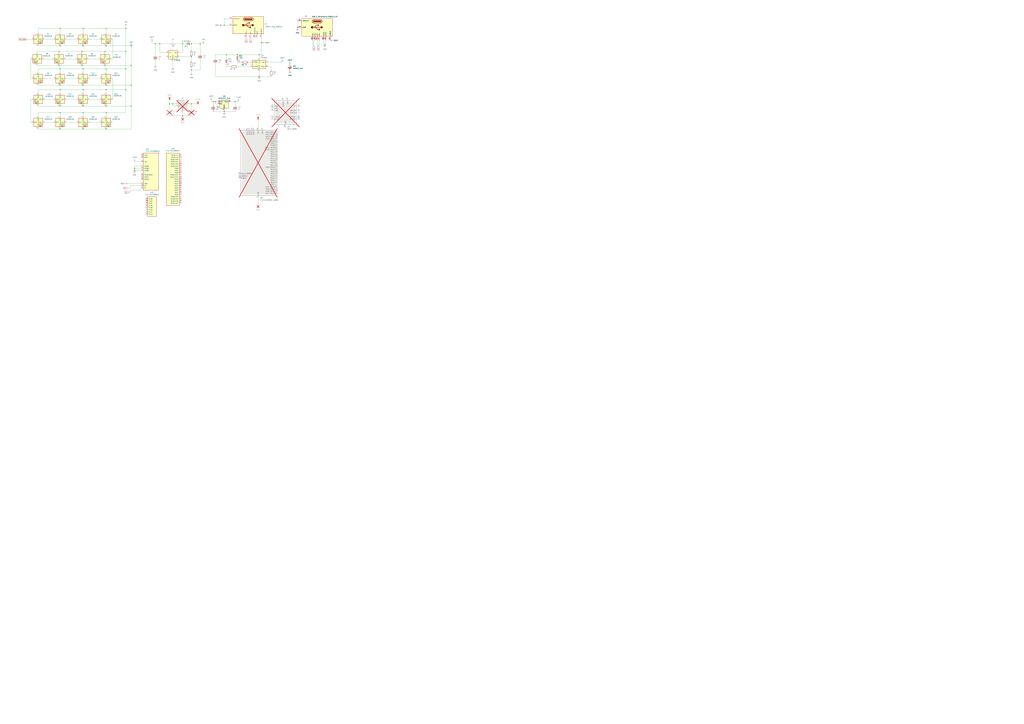
<source format=kicad_sch>
(kicad_sch (version 20250114) (generator "eeschema") (generator_version "9.0")
  (paper "A0")
  (junction (at 222.25 120.65))
  (junction (at 146.05 80.01))
  (junction (at 123.19 99.06))
  (junction (at 273.05 118.11))
  (junction (at 123.19 123.19))
  (junction (at 123.19 53.34))
  (junction (at 146.05 104.14))
  (junction (at 300.99 63.5))
  (junction (at 156.21 195.58))
  (junction (at 275.59 63.5))
  (junction (at 260.35 29.21))
  (junction (at 260.35 129.54))
  (junction (at 300.99 88.9))
  (junction (at 250.19 118.11))
  (junction (at 121.92 59.69))
  (junction (at 121.92 76.2))
  (junction (at 69.85 53.34))
  (junction (at 303.53 49.53))
  (junction (at 146.05 59.69))
  (junction (at 69.85 80.01))
  (junction (at 96.52 99.06))
  (junction (at 96.52 123.19))
  (junction (at 123.19 33.02))
  (junction (at 196.85 120.65))
  (junction (at 96.52 33.02))
  (junction (at 68.58 59.69))
  (junction (at 222.25 66.04))
  (junction (at 69.85 99.06))
  (junction (at 69.85 104.14))
  (junction (at 95.25 76.2))
  (junction (at 212.09 134.62))
  (junction (at 123.19 80.01))
  (junction (at 180.34 50.8))
  (junction (at 96.52 149.86))
  (junction (at 232.41 50.8))
  (junction (at 69.85 130.81))
  (junction (at 69.85 149.86))
  (junction (at 152.4 123.19))
  (junction (at 345.44 31.75))
  (junction (at 69.85 33.02))
  (junction (at 222.25 81.28))
  (junction (at 152.4 99.06))
  (junction (at 156.21 198.12))
  (junction (at 185.42 50.8))
  (junction (at 96.52 130.81))
  (junction (at 200.66 120.65))
  (junction (at 212.09 50.8))
  (junction (at 377.19 52.07))
  (junction (at 96.52 104.14))
  (junction (at 68.58 76.2))
  (junction (at 96.52 80.01))
  (junction (at 69.85 123.19))
  (junction (at 96.52 53.34))
  (junction (at 146.05 33.02))
  (junction (at 95.25 59.69))
  (junction (at 123.19 149.86))
  (junction (at 262.89 63.5))
  (junction (at 247.65 118.11))
  (junction (at 123.19 104.14))
  (junction (at 152.4 76.2))
  (junction (at 152.4 53.34))
  (junction (at 222.25 50.8))
  (junction (at 123.19 130.81))
  (wire (pts (xy 377.19 52.07) (xy 378.46 52.07)))
  (wire (pts (xy 69.85 33.02) (xy 96.52 33.02)))
  (wire (pts (xy 311.15 77.47) (xy 314.96 77.47)))
  (wire (pts (xy 123.19 53.34) (xy 152.4 53.34)))
  (wire (pts (xy 275.59 77.47) (xy 290.83 77.47)))
  (wire (pts (xy 130.81 68.58) (xy 129.54 68.58)))
  (wire (pts (xy 363.22 46.99) (xy 363.22 53.34)))
  (wire (pts (xy 69.85 80.01) (xy 44.45 80.01)))
  (wire (pts (xy 52.07 91.44) (xy 62.23 91.44)))
  (wire (pts (xy 146.05 33.02) (xy 146.05 59.69)))
  (wire (pts (xy 151.13 220.98) (xy 151.13 223.52)))
  (wire (pts (xy 149.86 223.52) (xy 151.13 223.52)))
  (wire (pts (xy 250.19 88.9) (xy 300.99 88.9)))
  (wire (pts (xy 43.18 60.96) (xy 43.18 59.69)))
  (wire (pts (xy 222.25 120.65) (xy 219.71 120.65)))
  (wire (pts (xy 69.85 80.01) (xy 96.52 80.01)))
  (wire (pts (xy 44.45 80.01) (xy 44.45 83.82)))
  (wire (pts (xy 273.05 118.11) (xy 276.86 118.11)))
  (wire (pts (xy 247.65 129.54) (xy 260.35 129.54)))
  (wire (pts (xy 185.42 50.8) (xy 185.42 60.96)))
  (wire (pts (xy 314.96 88.9) (xy 300.99 88.9)))
  (wire (pts (xy 163.83 218.44) (xy 163.83 220.98)))
  (wire (pts (xy 212.09 50.8) (xy 212.09 60.96)))
  (wire (pts (xy 96.52 149.86) (xy 123.19 149.86)))
  (wire (pts (xy 156.21 187.96) (xy 163.83 187.96)))
  (wire (pts (xy 196.85 134.62) (xy 212.09 134.62)))
  (wire (pts (xy 114.3 68.58) (xy 102.87 68.58)))
  (wire (pts (xy 69.85 123.19) (xy 96.52 123.19)))
  (wire (pts (xy 151.13 218.44) (xy 151.13 215.9)))
  (wire (pts (xy 68.58 59.69) (xy 95.25 59.69)))
  (wire (pts (xy 260.35 21.59) (xy 265.43 21.59)))
  (wire (pts (xy 69.85 149.86) (xy 96.52 149.86)))
  (wire (pts (xy 96.52 33.02) (xy 123.19 33.02)))
  (wire (pts (xy 368.3 46.99) (xy 368.3 53.34)))
  (wire (pts (xy 232.41 69.85) (xy 232.41 81.28)))
  (wire (pts (xy 152.4 99.06) (xy 152.4 123.19)))
  (wire (pts (xy 123.19 104.14) (xy 96.52 104.14)))
  (wire (pts (xy 311.15 72.39) (xy 327.66 72.39)))
  (wire (pts (xy 247.65 118.11) (xy 250.19 118.11)))
  (wire (pts (xy 96.52 130.81) (xy 96.52 134.62)))
  (wire (pts (xy 232.41 62.23) (xy 232.41 50.8)))
  (wire (pts (xy 200.66 71.12) (xy 200.66 78.74)))
  (wire (pts (xy 208.28 66.04) (xy 222.25 66.04)))
  (wire (pts (xy 96.52 53.34) (xy 123.19 53.34)))
  (wire (pts (xy 245.11 118.11) (xy 247.65 118.11)))
  (wire (pts (xy 267.97 77.47) (xy 262.89 77.47)))
  (wire (pts (xy 123.19 149.86) (xy 152.4 149.86)))
  (wire (pts (xy 250.19 63.5) (xy 250.19 67.31)))
  (wire (pts (xy 222.25 120.65) (xy 229.87 120.65)))
  (wire (pts (xy 212.09 134.62) (xy 212.09 130.81)))
  (wire (pts (xy 222.25 66.04) (xy 222.25 71.12)))
  (wire (pts (xy 96.52 80.01) (xy 96.52 83.82)))
  (wire (pts (xy 104.14 45.72) (xy 115.57 45.72)))
  (wire (pts (xy 303.53 63.5) (xy 300.99 63.5)))
  (wire (pts (xy 152.4 99.06) (xy 123.19 99.06)))
  (wire (pts (xy 104.14 91.44) (xy 115.57 91.44)))
  (wire (pts (xy 35.56 91.44) (xy 36.83 91.44)))
  (wire (pts (xy 52.07 142.24) (xy 62.23 142.24)))
  (wire (pts (xy 262.89 63.5) (xy 250.19 63.5)))
  (wire (pts (xy 146.05 33.02) (xy 146.05 30.48)))
  (wire (pts (xy 151.13 218.44) (xy 148.59 218.44)))
  (wire (pts (xy 151.13 215.9) (xy 163.83 215.9)))
  (wire (pts (xy 96.52 80.01) (xy 123.19 80.01)))
  (wire (pts (xy 260.35 129.54) (xy 273.05 129.54)))
  (wire (pts (xy 204.47 120.65) (xy 200.66 120.65)))
  (wire (pts (xy 299.72 229.87) (xy 299.72 238.76)))
  (wire (pts (xy 260.35 21.59) (xy 260.35 29.21)))
  (wire (pts (xy 69.85 38.1) (xy 69.85 33.02)))
  (wire (pts (xy 52.07 45.72) (xy 62.23 45.72)))
  (wire (pts (xy 44.45 104.14) (xy 44.45 107.95)))
  (wire (pts (xy 275.59 63.5) (xy 262.89 63.5)))
  (wire (pts (xy 68.58 60.96) (xy 68.58 59.69)))
  (wire (pts (xy 69.85 130.81) (xy 69.85 134.62)))
  (wire (pts (xy 375.92 46.99) (xy 375.92 52.07)))
  (wire (pts (xy 222.25 50.8) (xy 222.25 58.42)))
  (wire (pts (xy 36.83 115.57) (xy 35.56 115.57)))
  (wire (pts (xy 152.4 76.2) (xy 152.4 99.06)))
  (wire (pts (xy 35.56 68.58) (xy 35.56 91.44)))
  (wire (pts (xy 60.96 68.58) (xy 50.8 68.58)))
  (wire (pts (xy 300.99 63.5) (xy 300.99 67.31)))
  (wire (pts (xy 222.25 81.28) (xy 222.25 85.09)))
  (wire (pts (xy 69.85 53.34) (xy 96.52 53.34)))
  (wire (pts (xy 368.3 53.34) (xy 370.84 53.34)))
  (wire (pts (xy 222.25 134.62) (xy 212.09 134.62)))
  (wire (pts (xy 35.56 142.24) (xy 36.83 142.24)))
  (wire (pts (xy 375.92 52.07) (xy 377.19 52.07)))
  (wire (pts (xy 121.92 76.2) (xy 152.4 76.2)))
  (wire (pts (xy 314.96 77.47) (xy 314.96 81.28)))
  (wire (pts (xy 77.47 45.72) (xy 88.9 45.72)))
  (wire (pts (xy 196.85 115.57) (xy 196.85 120.65)))
  (wire (pts (xy 156.21 198.12) (xy 163.83 198.12)))
  (wire (pts (xy 36.83 45.72) (xy 31.75 45.72)))
  (wire (pts (xy 96.52 99.06) (xy 123.19 99.06)))
  (wire (pts (xy 146.05 59.69) (xy 146.05 80.01)))
  (wire (pts (xy 303.53 49.53) (xy 303.53 63.5)))
  (wire (pts (xy 303.53 44.45) (xy 303.53 49.53)))
  (wire (pts (xy 222.25 78.74) (xy 222.25 81.28)))
  (wire (pts (xy 146.05 80.01) (xy 123.19 80.01)))
  (wire (pts (xy 180.34 50.8) (xy 176.53 50.8)))
  (wire (pts (xy 262.89 77.47) (xy 262.89 74.93)))
  (wire (pts (xy 232.41 50.8) (xy 222.25 50.8)))
  (wire (pts (xy 104.14 142.24) (xy 115.57 142.24)))
  (wire (pts (xy 76.2 68.58) (xy 87.63 68.58)))
  (wire (pts (xy 185.42 50.8) (xy 196.85 50.8)))
  (wire (pts (xy 44.45 99.06) (xy 69.85 99.06)))
  (wire (pts (xy 69.85 80.01) (xy 69.85 83.82)))
  (wire (pts (xy 96.52 130.81) (xy 123.19 130.81)))
  (wire (pts (xy 204.47 123.19) (xy 200.66 123.19)))
  (wire (pts (xy 95.25 60.96) (xy 95.25 59.69)))
  (wire (pts (xy 130.81 91.44) (xy 130.81 115.57)))
  (wire (pts (xy 300.99 63.5) (xy 275.59 63.5)))
  (wire (pts (xy 163.83 193.04) (xy 156.21 193.04)))
  (wire (pts (xy 44.45 33.02) (xy 69.85 33.02)))
  (wire (pts (xy 77.47 142.24) (xy 88.9 142.24)))
  (wire (pts (xy 260.35 130.81) (xy 260.35 129.54)))
  (wire (pts (xy 176.53 50.8) (xy 176.53 48.26)))
  (wire (pts (xy 232.41 50.8) (xy 236.22 50.8)))
  (wire (pts (xy 345.44 31.75) (xy 345.44 33.02)))
  (wire (pts (xy 151.13 220.98) (xy 163.83 220.98)))
  (wire (pts (xy 69.85 99.06) (xy 96.52 99.06)))
  (wire (pts (xy 123.19 104.14) (xy 123.19 107.95)))
  (wire (pts (xy 299.72 138.43) (xy 299.72 148.59)))
  (wire (pts (xy 69.85 104.14) (xy 69.85 107.95)))
  (wire (pts (xy 146.05 80.01) (xy 146.05 104.14)))
  (wire (pts (xy 146.05 130.81) (xy 123.19 130.81)))
  (wire (pts (xy 146.05 104.14) (xy 123.19 104.14)))
  (wire (pts (xy 267.97 118.11) (xy 273.05 118.11)))
  (wire (pts (xy 121.92 59.69) (xy 121.92 60.96)))
  (wire (pts (xy 123.19 80.01) (xy 123.19 83.82)))
  (wire (pts (xy 123.19 38.1) (xy 123.19 33.02)))
  (wire (pts (xy 44.45 38.1) (xy 44.45 33.02)))
  (wire (pts (xy 123.19 33.02) (xy 146.05 33.02)))
  (wire (pts (xy 250.19 118.11) (xy 252.73 118.11)))
  (wire (pts (xy 378.46 52.07) (xy 378.46 46.99)))
  (wire (pts (xy 148.59 213.36) (xy 163.83 213.36)))
  (wire (pts (xy 232.41 81.28) (xy 222.25 81.28)))
  (wire (pts (xy 180.34 71.12) (xy 180.34 76.2)))
  (wire (pts (xy 96.52 104.14) (xy 69.85 104.14)))
  (wire (pts (xy 363.22 53.34) (xy 364.49 53.34)))
  (wire (pts (xy 196.85 120.65) (xy 196.85 127)))
  (wire (pts (xy 260.35 129.54) (xy 260.35 128.27)))
  (wire (pts (xy 200.66 123.19) (xy 200.66 120.65)))
  (wire (pts (xy 250.19 120.65) (xy 250.19 118.11)))
  (wire (pts (xy 260.35 29.21) (xy 265.43 29.21)))
  (wire (pts (xy 222.25 127) (xy 222.25 120.65)))
  (wire (pts (xy 44.45 53.34) (xy 69.85 53.34)))
  (wire (pts (xy 364.49 46.99) (xy 365.76 46.99)))
  (wire (pts (xy 300.99 82.55) (xy 300.99 88.9)))
  (wire (pts (xy 200.66 120.65) (xy 196.85 120.65)))
  (wire (pts (xy 156.21 193.04) (xy 156.21 195.58)))
  (wire (pts (xy 69.85 130.81) (xy 44.45 130.81)))
  (wire (pts (xy 152.4 53.34) (xy 152.4 76.2)))
  (wire (pts (xy 130.81 45.72) (xy 130.81 68.58)))
  (wire (pts (xy 345.44 24.13) (xy 345.44 31.75)))
  (wire (pts (xy 275.59 72.39) (xy 275.59 71.12)))
  (wire (pts (xy 252.73 120.65) (xy 250.19 120.65)))
  (wire (pts (xy 96.52 38.1) (xy 96.52 33.02)))
  (wire (pts (xy 163.83 195.58) (xy 156.21 195.58)))
  (wire (pts (xy 212.09 60.96) (xy 208.28 60.96)))
  (wire (pts (xy 95.25 59.69) (xy 121.92 59.69)))
  (wire (pts (xy 180.34 50.8) (xy 180.34 63.5)))
  (wire (pts (xy 44.45 130.81) (xy 44.45 134.62)))
  (wire (pts (xy 95.25 76.2) (xy 121.92 76.2)))
  (wire (pts (xy 69.85 104.14) (xy 44.45 104.14)))
  (wire (pts (xy 245.11 118.11) (xy 245.11 116.84)))
  (wire (pts (xy 68.58 76.2) (xy 95.25 76.2)))
  (wire (pts (xy 185.42 60.96) (xy 193.04 60.96)))
  (wire (pts (xy 156.21 195.58) (xy 156.21 198.12)))
  (wire (pts (xy 43.18 76.2) (xy 68.58 76.2)))
  (wire (pts (xy 77.47 91.44) (xy 88.9 91.44)))
  (wire (pts (xy 152.4 123.19) (xy 152.4 149.86)))
  (wire (pts (xy 364.49 53.34) (xy 364.49 46.99)))
  (wire (pts (xy 288.29 72.39) (xy 290.83 72.39)))
  (wire (pts (xy 96.52 123.19) (xy 123.19 123.19)))
  (wire (pts (xy 44.45 123.19) (xy 69.85 123.19)))
  (wire (pts (xy 43.18 59.69) (xy 68.58 59.69)))
  (wire (pts (xy 273.05 118.11) (xy 273.05 121.92)))
  (wire (pts (xy 280.67 72.39) (xy 275.59 72.39)))
  (wire (pts (xy 96.52 104.14) (xy 96.52 107.95)))
  (wire (pts (xy 146.05 59.69) (xy 121.92 59.69)))
  (wire (pts (xy 115.57 115.57) (xy 104.14 115.57)))
  (wire (pts (xy 370.84 46.99) (xy 370.84 53.34)))
  (wire (pts (xy 185.42 50.8) (xy 180.34 50.8)))
  (wire (pts (xy 212.09 50.8) (xy 214.63 50.8)))
  (wire (pts (xy 257.81 29.21) (xy 260.35 29.21)))
  (wire (pts (xy 204.47 50.8) (xy 212.09 50.8)))
  (wire (pts (xy 146.05 104.14) (xy 146.05 130.81)))
  (wire (pts (xy 212.09 134.62) (xy 212.09 137.16)))
  (wire (pts (xy 44.45 149.86) (xy 69.85 149.86)))
  (wire (pts (xy 262.89 63.5) (xy 262.89 67.31)))
  (wire (pts (xy 52.07 115.57) (xy 62.23 115.57)))
  (wire (pts (xy 247.65 118.11) (xy 247.65 121.92)))
  (wire (pts (xy 123.19 130.81) (xy 123.19 134.62)))
  (wire (pts (xy 69.85 130.81) (xy 96.52 130.81)))
  (wire (pts (xy 77.47 115.57) (xy 88.9 115.57)))
  (wire (pts (xy 123.19 123.19) (xy 152.4 123.19)))
  (wire (pts (xy 250.19 74.93) (xy 250.19 88.9)))
  (wire (pts (xy 35.56 115.57) (xy 35.56 142.24)))
  (global_label "D-" (shape input) (at 148.59 218.44 180) (property "Intersheetrefs" "${INTERSHEET_REFS}" (effects (hide yes))))
  (global_label "din_leds" (shape input) (at 31.75 45.72 180) (property "Intersheetrefs" "${INTERSHEET_REFS}" (effects (hide yes))))
  (global_label "D+" (shape input) (at 285.75 44.45 270) (property "Intersheetrefs" "${INTERSHEET_REFS}" (effects (hide yes))))
  (global_label "D-" (shape input) (at 290.83 44.45 270) (property "Intersheetrefs" "${INTERSHEET_REFS}" (effects (hide yes))))
  (global_label "D-" (shape input) (at 369.57 53.34 270) (property "Intersheetrefs" "${INTERSHEET_REFS}" (effects (hide yes))))
  (global_label "D+" (shape input) (at 364.49 53.34 270) (property "Intersheetrefs" "${INTERSHEET_REFS}" (effects (hide yes))))
  (global_label "D+" (shape input) (at 149.86 223.52 180) (property "Intersheetrefs" "${INTERSHEET_REFS}" (effects (hide yes))))
  (symbol (lib_id "LED:WS2812B-2020") (at 44.45 142.24 0) (unit 1)
    (property "Reference" "D17" (at 55.88 135.9214 0))
    (property "Value" "WS2812B" (at 55.88 138.4614 0))
    (property "Footprint" "LED_SMD:LED_WS2812B-2020_PLCC4_2.0x2.0mm" (effects (hide yes)))
    (property "Datasheet" "https://cdn-shop.adafruit.com/product-files/4684/4684_WS2812B-2020_V1.3_EN.pdf" (effects (hide yes)))
    (property "Description" "RGB LED with integrated controller, 2.0 x 2.0 mm, 12 mA" (effects (hide yes)))
  )
  (symbol (lib_id "Battery_Management:TP4057") (at 300.99 74.93 0) (unit 1)
    (property "Reference" "U3" (at 303.1841 64.77 0) (effects (justify left)))
    (property "Value" "TP4057" (at 303.1841 67.31 0) (effects (justify left)))
    (property "Footprint" "Package_TO_SOT_SMD:TSOT-23-6" (effects (hide yes)))
    (property "Datasheet" "http://toppwr.com/uploadfile/file/20230304/640302a47b738.pdf" (effects (hide yes)))
    (property "Description" "Constant-current/constant-voltage linear charger for single cell lithium-ion batteries with 2.9V Trickle Charge, 4.5V to 6.5V VDD, -40 to +85 degree Celsius, TSOT-23-6" (effects (hide yes)))
  )
  (symbol (lib_id "power:GND") (at 257.81 29.21 270) (unit 1)
    (property "Reference" "#PWR07" (effects (hide yes)))
    (property "Value" "GND" (at 254 29.2099 90) (effects (justify right)))
    (property "Description" "Power symbol creates a global label with name \"GND\" , ground" (effects (hide yes)))
  )
  (symbol (lib_id "power:+3.3V") (at 156.21 187.96 0) (unit 1)
    (property "Reference" "#PWR027" (effects (hide yes)))
    (property "Value" "+3.3V" (at 156.21 182.88 0))
    (property "Description" "Power symbol creates a global label with name \"+3.3V\"" (effects (hide yes)))
  )
  (symbol (lib_id "Device:L") (at 200.66 50.8 270) (unit 1)
    (property "Reference" "L1" (at 200.66 45.72 90))
    (property "Value" "L" (at 200.66 48.26 90))
    (property "Description" "Inductor" (effects (hide yes)))
  )
  (symbol (lib_id "power:+BATT") (at 176.53 48.26 0) (unit 1)
    (property "Reference" "#PWR10" (effects (hide yes)))
    (property "Value" "+BATT" (at 176.276 43.18 0))
    (property "Description" "Power symbol creates a global label with name \"+BATT\"" (effects (hide yes)))
  )
  (symbol (lib_id "LED:WS2812B-2020") (at 44.45 115.57 0) (mirror y) (unit 1)
    (property "Reference" "D16" (at 56.896 109.474 0))
    (property "Value" "WS2812B" (at 56.896 112.014 0))
    (property "Footprint" "LED_SMD:LED_WS2812B-2020_PLCC4_2.0x2.0mm" (effects (hide yes)))
    (property "Datasheet" "https://cdn-shop.adafruit.com/product-files/4684/4684_WS2812B-2020_V1.3_EN.pdf" (effects (hide yes)))
    (property "Description" "RGB LED with integrated controller, 2.0 x 2.0 mm, 12 mA" (effects (hide yes)))
  )
  (symbol (lib_id "power:+3.3V") (at 276.86 118.11 0) (unit 1)
    (property "Reference" "#PWR9" (effects (hide yes)))
    (property "Value" "+3.3V" (at 276.86 113.03 0))
    (property "Description" "Power symbol creates a global label with name \"+3.3V\"" (effects (hide yes)))
  )
  (symbol (lib_id "LED:WS2812B-2020") (at 121.92 68.58 0) (mirror y) (unit 1)
    (property "Reference" "D5" (at 135.128 63.5 0))
    (property "Value" "WS2812B" (at 135.636 66.548 0))
    (property "Footprint" "LED_SMD:LED_WS2812B-2020_PLCC4_2.0x2.0mm" (effects (hide yes)))
    (property "Datasheet" "https://cdn-shop.adafruit.com/product-files/4684/4684_WS2812B-2020_V1.3_EN.pdf" (effects (hide yes)))
    (property "Description" "RGB LED with integrated controller, 2.0 x 2.0 mm, 12 mA" (effects (hide yes)))
  )
  (symbol (lib_id "LED:WS2812B-2020") (at 69.85 45.72 0) (unit 1)
    (property "Reference" "D2" (at 81.28 39.4014 0))
    (property "Value" "WS2812B" (at 81.28 41.9414 0))
    (property "Footprint" "LED_SMD:LED_WS2812B-2020_PLCC4_2.0x2.0mm" (effects (hide yes)))
    (property "Datasheet" "https://cdn-shop.adafruit.com/product-files/4684/4684_WS2812B-2020_V1.3_EN.pdf" (effects (hide yes)))
    (property "Description" "RGB LED with integrated controller, 2.0 x 2.0 mm, 12 mA" (effects (hide yes)))
  )
  (symbol (lib_id "power:GND") (at 152.4 53.34 180) (unit 1)
    (property "Reference" "#PWR08" (effects (hide yes)))
    (property "Value" "GND" (at 152.146 49.022 0))
    (property "Description" "Power symbol creates a global label with name \"GND\" , ground" (effects (hide yes)))
  )
  (symbol (lib_id "LED:WS2812B-2020") (at 123.19 91.44 0) (unit 1)
    (property "Reference" "D15" (at 134.62 85.1214 0))
    (property "Value" "WS2812B" (at 134.62 87.6614 0))
    (property "Footprint" "LED_SMD:LED_WS2812B-2020_PLCC4_2.0x2.0mm" (effects (hide yes)))
    (property "Datasheet" "https://cdn-shop.adafruit.com/product-files/4684/4684_WS2812B-2020_V1.3_EN.pdf" (effects (hide yes)))
    (property "Description" "RGB LED with integrated controller, 2.0 x 2.0 mm, 12 mA" (effects (hide yes)))
  )
  (symbol (lib_id "power:GND") (at 336.55 82.55 0) (unit 1)
    (property "Reference" "#PWR011" (effects (hide yes)))
    (property "Value" "GND" (at 336.55 87.63 0))
    (property "Description" "Power symbol creates a global label with name \"GND\" , ground" (effects (hide yes)))
  )
  (symbol (lib_id "power:+BATT") (at 336.55 74.93 0) (unit 1)
    (property "Reference" "#PWR02" (effects (hide yes)))
    (property "Value" "+BATT" (at 336.55 69.85 0))
    (property "Description" "Power symbol creates a global label with name \"+BATT\"" (effects (hide yes)))
  )
  (symbol (lib_id "power:VBUS") (at 148.59 213.36 90) (unit 1)
    (property "Reference" "#PWR21" (effects (hide yes)))
    (property "Value" "VBUS" (at 144.78 213.3599 90) (effects (justify left)))
    (property "Description" "Power symbol creates a global label with name \"VBUS\"" (effects (hide yes)))
  )
  (symbol (lib_id "LED:WS2812B-2020") (at 44.45 45.72 0) (unit 1)
    (property "Reference" "D1" (at 55.88 39.4014 0))
    (property "Value" "WS2812B" (at 55.88 41.9414 0))
    (property "Footprint" "LED_SMD:LED_WS2812B-2020_PLCC4_2.0x2.0mm" (effects (hide yes)))
    (property "Datasheet" "https://cdn-shop.adafruit.com/product-files/4684/4684_WS2812B-2020_V1.3_EN.pdf" (effects (hide yes)))
    (property "Description" "RGB LED with integrated controller, 2.0 x 2.0 mm, 12 mA" (effects (hide yes)))
  )
  (symbol (lib_id "Device:R") (at 271.78 77.47 270) (unit 1)
    (property "Reference" "R4" (at 268.732 80.264 90))
    (property "Value" "R" (at 272.288 80.264 90))
    (property "Description" "Resistor" (effects (hide yes)))
  )
  (symbol (lib_id "Sensor_Motion:MPU-6050") (at 331.47 130.81 0) (unit 1) (dnp yes)
    (property "Reference" "U2" (at 333.6641 147.32 0) (effects (justify left)))
    (property "Value" "MPU-6050" (at 333.6641 149.86 0) (effects (justify left)))
    (property "Footprint" "Sensor_Motion:InvenSense_QFN-24_4x4mm_P0.5mm" (effects (hide yes)))
    (property "Datasheet" "https://invensense.tdk.com/wp-content/uploads/2015/02/MPU-6000-Datasheet1.pdf" (effects (hide yes)))
    (property "Description" "InvenSense 6-Axis Motion Sensor, Gyroscope, Accelerometer, I2C" (effects (hide yes)))
  )
  (symbol (lib_id "Device:C") (at 273.05 125.73 0) (unit 1)
    (property "Reference" "C4" (at 276.86 124.4599 0) (effects (justify left)))
    (property "Value" "C" (at 276.86 126.9999 0) (effects (justify left)))
    (property "Description" "Unpolarized capacitor" (effects (hide yes)))
  )
  (symbol (lib_id "power:GND") (at 377.19 52.07 0) (unit 1)
    (property "Reference" "#PWR025" (effects (hide yes)))
    (property "Value" "GND" (at 377.19 57.15 0))
    (property "Description" "Power symbol creates a global label with name \"GND\" , ground" (effects (hide yes)))
  )
  (symbol (lib_id "Connector:USB_C_Plug_USB2.0") (at 288.29 29.21 270) (unit 1)
    (property "Reference" "P1" (at 307.34 27.9399 90) (effects (justify left)))
    (property "Value" "USB_C_Plug_USB2.0" (at 308.102 30.988 90) (effects (justify left)))
    (property "Datasheet" "https://www.usb.org/sites/default/files/documents/usb_type-c.zip" (effects (hide yes)))
    (property "Description" "USB 2.0-only Type-C Plug connector" (effects (hide yes)))
  )
  (symbol (lib_id "power:GND") (at 200.66 78.74 0) (unit 1)
    (property "Reference" "#PWR12" (effects (hide yes)))
    (property "Value" "GND" (at 200.66 83.82 0))
    (property "Description" "Power symbol creates a global label with name \"GND\" , ground" (effects (hide yes)))
  )
  (symbol (lib_id "power:GND") (at 345.44 33.02 0) (unit 1)
    (property "Reference" "#PWR23" (effects (hide yes)))
    (property "Value" "GND" (at 345.44 38.1 0))
    (property "Description" "Power symbol creates a global label with name \"GND\" , ground" (effects (hide yes)))
  )
  (symbol (lib_id "power:+5V") (at 146.05 30.48 0) (unit 1)
    (property "Reference" "#PWR4" (effects (hide yes)))
    (property "Value" "+5V" (at 146.05 25.4 0))
    (property "Description" "Power symbol creates a global label with name \"+5V\"" (effects (hide yes)))
  )
  (symbol (lib_id "power:GND") (at 300.99 88.9 0) (unit 1)
    (property "Reference" "#PWR01" (effects (hide yes)))
    (property "Value" "GND" (at 300.99 93.98 0))
    (property "Description" "Power symbol creates a global label with name \"GND\" , ground" (effects (hide yes)))
  )
  (symbol (lib_id "Device:C") (at 232.41 66.04 0) (unit 1)
    (property "Reference" "C1" (at 236.22 64.7699 0) (effects (justify left)))
    (property "Value" "C" (at 236.22 67.3099 0) (effects (justify left)))
    (property "Description" "Unpolarized capacitor" (effects (hide yes)))
  )
  (symbol (lib_id "power:VBUS") (at 303.53 49.53 270) (unit 1)
    (property "Reference" "#PWR22" (effects (hide yes)))
    (property "Value" "VBUS" (at 307.34 49.5299 90) (effects (justify left)))
    (property "Description" "Power symbol creates a global label with name \"VBUS\"" (effects (hide yes)))
  )
  (symbol (lib_id "power:+3.3V") (at 229.87 120.65 0) (unit 1) (dnp yes)
    (property "Reference" "#PWR18" (effects (hide yes)))
    (property "Value" "+3.3V" (at 229.87 115.57 0))
    (property "Description" "Power symbol creates a global label with name \"+3.3V\"" (effects (hide yes)))
  )
  (symbol (lib_id "Device:C") (at 222.25 130.81 0) (unit 1) (dnp yes)
    (property "Reference" "C6" (at 226.06 129.5399 0) (effects (justify left)))
    (property "Value" "C" (at 226.06 132.0799 0) (effects (justify left)))
    (property "Description" "Unpolarized capacitor" (effects (hide yes)))
  )
  (symbol (lib_id "RF_Module:E73-2G4M04S-52832") (at 299.72 189.23 0) (unit 1) (dnp yes)
    (property "Reference" "U8" (at 301.9141 229.87 0) (effects (justify left)))
    (property "Value" "E73-2G4M04S-52832" (at 301.9141 232.41 0) (effects (justify left)))
    (property "Footprint" "RF_Module:E73-2G4M04S" (effects (hide yes)))
    (property "Datasheet" "http://www.cdebyte.com/en/downpdf.aspx?id=243" (effects (hide yes)))
    (property "Description" "nRF52832 BLE5 Module" (effects (hide yes)))
  )
  (symbol (lib_id "Connector:USB_C_Receptacle_USB2.0_14P") (at 368.3 31.75 270) (unit 1)
    (property "Reference" "J1" (at 354.076 18.796 90) (effects (justify left)))
    (property "Value" "USB_C_Receptacle_USB2.0_14P" (at 361.95 19.304 90) (effects (justify left)))
    (property "Datasheet" "https://www.usb.org/sites/default/files/documents/usb_type-c.zip" (effects (hide yes)))
    (property "Description" "USB 2.0-only 14P Type-C Receptacle connector" (effects (hide yes)))
  )
  (symbol (lib_id "Device:LED") (at 275.59 67.31 90) (unit 1)
    (property "Reference" "D23" (at 277.368 65.024 90) (effects (justify right)))
    (property "Value" "LED" (at 277.876 67.31 90) (effects (justify right)))
    (property "Description" "Light emitting diode" (effects (hide yes)))
  )
  (symbol (lib_id "E73-2G4M08S1C:E73-2G4M08S1C") (at 181.61 198.12 0) (unit 1)
    (property "Reference" "U1" (at 169.164 173.228 0) (effects (justify left)))
    (property "Value" "E73-2G4M08S1C" (at 169.164 175.768 0) (effects (justify left)))
    (property "Footprint" "E73-2G4M08S1C:E73-2G4M08S1C" (effects (hide yes)))
    (property "MF" "EBYTE" (effects (hide yes)))
    (property "Description_1" "\n                        \n                            nRF52840 2.4GHZ SMD Wireless Module\n                        \n" (effects (hide yes)))
    (property "Package" "Package" (effects (hide yes)))
    (property "Price" "None" (effects (hide yes)))
    (property "SnapEDA_Link" "https://www.snapeda.com/parts/E73-2G4M08S1C/EBYTE/view-part/?ref=snap" (effects (hide yes)))
    (property "MP" "E73-2G4M08S1C" (effects (hide yes)))
    (property "Availability" "Not in stock" (effects (hide yes)))
    (property "Check_prices" "https://www.snapeda.com/parts/E73-2G4M08S1C/EBYTE/view-part/?ref=eda" (effects (hide yes)))
  )
  (symbol (lib_id "E73-2G4M08S1C:E73-2G4M08S1C") (at 179.07 238.76 0) (mirror y) (unit 3)
    (property "Reference" "U1" (at 176.53 223.52 0))
    (property "Value" "E73-2G4M08S1C" (at 176.53 226.06 0))
    (property "Footprint" "E73-2G4M08S1C:E73-2G4M08S1C" (effects (hide yes)))
    (property "MF" "EBYTE" (effects (hide yes)))
    (property "Description_1" "\n                        \n                            nRF52840 2.4GHZ SMD Wireless Module\n                        \n" (effects (hide yes)))
    (property "Package" "Package" (effects (hide yes)))
    (property "Price" "None" (effects (hide yes)))
    (property "SnapEDA_Link" "https://www.snapeda.com/parts/E73-2G4M08S1C/EBYTE/view-part/?ref=snap" (effects (hide yes)))
    (property "MP" "E73-2G4M08S1C" (effects (hide yes)))
    (property "Availability" "Not in stock" (effects (hide yes)))
    (property "Check_prices" "https://www.snapeda.com/parts/E73-2G4M08S1C/EBYTE/view-part/?ref=eda" (effects (hide yes)))
  )
  (symbol (lib_id "Device:C") (at 247.65 125.73 0) (unit 1)
    (property "Reference" "C3" (at 251.46 124.4599 0) (effects (justify left)))
    (property "Value" "C" (at 251.46 126.9999 0) (effects (justify left)))
    (property "Description" "Unpolarized capacitor" (effects (hide yes)))
  )
  (symbol (lib_id "power:GND") (at 222.25 85.09 0) (unit 1)
    (property "Reference" "#PWR13" (effects (hide yes)))
    (property "Value" "GND" (at 222.25 90.17 0))
    (property "Description" "Power symbol creates a global label with name \"GND\" , ground" (effects (hide yes)))
  )
  (symbol (lib_id "LED:WS2812B-2020") (at 69.85 115.57 0) (mirror y) (unit 1)
    (property "Reference" "D14" (at 81.28 109.2514 0))
    (property "Value" "WS2812B" (at 81.28 111.7914 0))
    (property "Footprint" "LED_SMD:LED_WS2812B-2020_PLCC4_2.0x2.0mm" (effects (hide yes)))
    (property "Datasheet" "https://cdn-shop.adafruit.com/product-files/4684/4684_WS2812B-2020_V1.3_EN.pdf" (effects (hide yes)))
    (property "Description" "RGB LED with integrated controller, 2.0 x 2.0 mm, 12 mA" (effects (hide yes)))
  )
  (symbol (lib_id "LED:WS2812B-2020") (at 69.85 142.24 0) (unit 1)
    (property "Reference" "D18" (at 81.28 135.9214 0))
    (property "Value" "WS2812B" (at 81.28 138.4614 0))
    (property "Footprint" "LED_SMD:LED_WS2812B-2020_PLCC4_2.0x2.0mm" (effects (hide yes)))
    (property "Datasheet" "https://cdn-shop.adafruit.com/product-files/4684/4684_WS2812B-2020_V1.3_EN.pdf" (effects (hide yes)))
    (property "Description" "RGB LED with integrated controller, 2.0 x 2.0 mm, 12 mA" (effects (hide yes)))
  )
  (symbol (lib_id "power:GND") (at 180.34 76.2 0) (unit 1)
    (property "Reference" "#PWR14" (effects (hide yes)))
    (property "Value" "GND" (at 180.34 81.28 0))
    (property "Description" "Power symbol creates a global label with name \"GND\" , ground" (effects (hide yes)))
  )
  (symbol (lib_id "Device:C") (at 250.19 71.12 0) (unit 1)
    (property "Reference" "C5" (at 254 69.8499 0) (effects (justify left)))
    (property "Value" "C" (at 254 72.3899 0) (effects (justify left)))
    (property "Description" "Unpolarized capacitor" (effects (hide yes)))
  )
  (symbol (lib_id "LED:WS2812B-2020") (at 123.19 142.24 0) (unit 1)
    (property "Reference" "D20" (at 134.62 135.9214 0))
    (property "Value" "WS2812B" (at 134.62 138.4614 0))
    (property "Footprint" "LED_SMD:LED_WS2812B-2020_PLCC4_2.0x2.0mm" (effects (hide yes)))
    (property "Datasheet" "https://cdn-shop.adafruit.com/product-files/4684/4684_WS2812B-2020_V1.3_EN.pdf" (effects (hide yes)))
    (property "Description" "RGB LED with integrated controller, 2.0 x 2.0 mm, 12 mA" (effects (hide yes)))
  )
  (symbol (lib_id "power:VBUS") (at 383.54 46.99 270) (unit 1)
    (property "Reference" "#PWR24" (effects (hide yes)))
    (property "Value" "VBUS" (at 387.35 46.9899 90) (effects (justify left)))
    (property "Description" "Power symbol creates a global label with name \"VBUS\"" (effects (hide yes)))
  )
  (symbol (lib_id "Device:C") (at 196.85 130.81 0) (unit 1) (dnp yes)
    (property "Reference" "C7" (at 200.66 129.5399 0) (effects (justify left)))
    (property "Value" "C" (at 200.66 132.0799 0) (effects (justify left)))
    (property "Description" "Unpolarized capacitor" (effects (hide yes)))
  )
  (symbol (lib_id "Device:R") (at 222.25 62.23 0) (unit 1)
    (property "Reference" "R2" (at 224.79 60.9599 0) (effects (justify left)))
    (property "Value" "R" (at 224.79 63.4999 0) (effects (justify left)))
    (property "Description" "Resistor" (effects (hide yes)))
  )
  (symbol (lib_id "Device:D_Schottky") (at 218.44 50.8 180) (unit 1)
    (property "Reference" "D21" (at 216.154 53.848 0))
    (property "Value" "D_Schottky" (at 216.408 47.752 0))
    (property "Description" "Schottky diode" (effects (hide yes)))
  )
  (symbol (lib_id "LED:WS2812B-2020") (at 95.25 68.58 0) (mirror y) (unit 1)
    (property "Reference" "D6" (at 106.68 62.2614 0))
    (property "Value" "WS2812B" (at 106.68 64.8014 0))
    (property "Footprint" "LED_SMD:LED_WS2812B-2020_PLCC4_2.0x2.0mm" (effects (hide yes)))
    (property "Datasheet" "https://cdn-shop.adafruit.com/product-files/4684/4684_WS2812B-2020_V1.3_EN.pdf" (effects (hide yes)))
    (property "Description" "RGB LED with integrated controller, 2.0 x 2.0 mm, 12 mA" (effects (hide yes)))
  )
  (symbol (lib_id "LED:WS2812B-2020") (at 96.52 142.24 0) (unit 1)
    (property "Reference" "D19" (at 107.95 135.9214 0))
    (property "Value" "WS2812B" (at 107.95 138.4614 0))
    (property "Footprint" "LED_SMD:LED_WS2812B-2020_PLCC4_2.0x2.0mm" (effects (hide yes)))
    (property "Datasheet" "https://cdn-shop.adafruit.com/product-files/4684/4684_WS2812B-2020_V1.3_EN.pdf" (effects (hide yes)))
    (property "Description" "RGB LED with integrated controller, 2.0 x 2.0 mm, 12 mA" (effects (hide yes)))
  )
  (symbol (lib_id "power:+BATT") (at 327.66 72.39 0) (unit 1)
    (property "Reference" "#PWR03" (effects (hide yes)))
    (property "Value" "+BATT" (at 327.66 67.31 0))
    (property "Description" "Power symbol creates a global label with name \"+BATT\"" (effects (hide yes)))
  )
  (symbol (lib_id "LED:WS2812B-2020") (at 123.19 45.72 0) (unit 1)
    (property "Reference" "D4" (at 134.62 39.4014 0))
    (property "Value" "WS2812B" (at 134.62 41.9414 0))
    (property "Footprint" "LED_SMD:LED_WS2812B-2020_PLCC4_2.0x2.0mm" (effects (hide yes)))
    (property "Datasheet" "https://cdn-shop.adafruit.com/product-files/4684/4684_WS2812B-2020_V1.3_EN.pdf" (effects (hide yes)))
    (property "Description" "RGB LED with integrated controller, 2.0 x 2.0 mm, 12 mA" (effects (hide yes)))
  )
  (symbol (lib_id "Device:C") (at 180.34 67.31 0) (unit 1)
    (property "Reference" "C2" (at 184.15 66.0399 0) (effects (justify left)))
    (property "Value" "C" (at 184.15 68.5799 0) (effects (justify left)))
    (property "Description" "Unpolarized capacitor" (effects (hide yes)))
  )
  (symbol (lib_id "LED:WS2812B-2020") (at 96.52 45.72 0) (unit 1)
    (property "Reference" "D3" (at 107.95 39.4014 0))
    (property "Value" "WS2812B" (at 107.95 41.9414 0))
    (property "Footprint" "LED_SMD:LED_WS2812B-2020_PLCC4_2.0x2.0mm" (effects (hide yes)))
    (property "Datasheet" "https://cdn-shop.adafruit.com/product-files/4684/4684_WS2812B-2020_V1.3_EN.pdf" (effects (hide yes)))
    (property "Description" "RGB LED with integrated controller, 2.0 x 2.0 mm, 12 mA" (effects (hide yes)))
  )
  (symbol (lib_id "Device:R") (at 222.25 74.93 0) (unit 1)
    (property "Reference" "R1" (at 224.79 73.6599 0) (effects (justify left)))
    (property "Value" "R" (at 224.79 76.1999 0) (effects (justify left)))
    (property "Description" "Resistor" (effects (hide yes)))
  )
  (symbol (lib_id "LED:WS2812B-2020") (at 69.85 91.44 0) (unit 1)
    (property "Reference" "D11" (at 81.28 85.1214 0))
    (property "Value" "WS2812B" (at 81.28 87.6614 0))
    (property "Footprint" "LED_SMD:LED_WS2812B-2020_PLCC4_2.0x2.0mm" (effects (hide yes)))
    (property "Datasheet" "https://cdn-shop.adafruit.com/product-files/4684/4684_WS2812B-2020_V1.3_EN.pdf" (effects (hide yes)))
    (property "Description" "RGB LED with integrated controller, 2.0 x 2.0 mm, 12 mA" (effects (hide yes)))
  )
  (symbol (lib_id "LED:WS2812B-2020") (at 44.45 91.44 0) (unit 1)
    (property "Reference" "D9" (at 55.88 85.1214 0))
    (property "Value" "WS2812B" (at 55.88 87.6614 0))
    (property "Footprint" "LED_SMD:LED_WS2812B-2020_PLCC4_2.0x2.0mm" (effects (hide yes)))
    (property "Datasheet" "https://cdn-shop.adafruit.com/product-files/4684/4684_WS2812B-2020_V1.3_EN.pdf" (effects (hide yes)))
    (property "Description" "RGB LED with integrated controller, 2.0 x 2.0 mm, 12 mA" (effects (hide yes)))
  )
  (symbol (lib_id "LED:WS2812B-2020") (at 123.19 115.57 0) (mirror y) (unit 1)
    (property "Reference" "D10" (at 134.62 109.2514 0))
    (property "Value" "WS2812B" (at 136.652 111.252 0))
    (property "Footprint" "LED_SMD:LED_WS2812B-2020_PLCC4_2.0x2.0mm" (effects (hide yes)))
    (property "Datasheet" "https://cdn-shop.adafruit.com/product-files/4684/4684_WS2812B-2020_V1.3_EN.pdf" (effects (hide yes)))
    (property "Description" "RGB LED with integrated controller, 2.0 x 2.0 mm, 12 mA" (effects (hide yes)))
  )
  (symbol (lib_id "LED:WS2812B-2020") (at 96.52 91.44 0) (unit 1)
    (property "Reference" "D13" (at 107.95 85.1214 0))
    (property "Value" "WS2812B" (at 107.95 87.6614 0))
    (property "Footprint" "LED_SMD:LED_WS2812B-2020_PLCC4_2.0x2.0mm" (effects (hide yes)))
    (property "Datasheet" "https://cdn-shop.adafruit.com/product-files/4684/4684_WS2812B-2020_V1.3_EN.pdf" (effects (hide yes)))
    (property "Description" "RGB LED with integrated controller, 2.0 x 2.0 mm, 12 mA" (effects (hide yes)))
  )
  (symbol (lib_id "power:GND") (at 156.21 198.12 0) (unit 1)
    (property "Reference" "#PWR026" (effects (hide yes)))
    (property "Value" "GND" (at 156.21 203.2 0))
    (property "Description" "Power symbol creates a global label with name \"GND\" , ground" (effects (hide yes)))
  )
  (symbol (lib_id "LED:WS2812B-2020") (at 43.18 68.58 0) (mirror y) (unit 1)
    (property "Reference" "D8" (at 54.61 62.2614 0))
    (property "Value" "WS2812B" (at 53.594 65.024 0))
    (property "Footprint" "LED_SMD:LED_WS2812B-2020_PLCC4_2.0x2.0mm" (effects (hide yes)))
    (property "Datasheet" "https://cdn-shop.adafruit.com/product-files/4684/4684_WS2812B-2020_V1.3_EN.pdf" (effects (hide yes)))
    (property "Description" "RGB LED with integrated controller, 2.0 x 2.0 mm, 12 mA" (effects (hide yes)))
  )
  (symbol (lib_id "Regulator_Linear:AP2127K-3.3") (at 260.35 120.65 0) (unit 1)
    (property "Reference" "U5" (at 260.35 111.76 0))
    (property "Value" "AP2127K-3.3" (at 260.35 114.3 0))
    (property "Footprint" "Package_TO_SOT_SMD:SOT-23-5" (effects (hide yes)))
    (property "Datasheet" "https://www.diodes.com/assets/Datasheets/AP2127.pdf" (effects (hide yes)))
    (property "Description" "300mA low dropout linear regulator, shutdown pin, 2.5V-6V input voltage, 3.3V fixed positive output, SOT-23-5" (effects (hide yes)))
  )
  (symbol (lib_id "power:GND") (at 212.09 137.16 0) (unit 1) (dnp yes)
    (property "Reference" "#PWR16" (effects (hide yes)))
    (property "Value" "GND" (at 212.09 142.24 0))
    (property "Description" "Power symbol creates a global label with name \"GND\" , ground" (effects (hide yes)))
  )
  (symbol (lib_id "power:GND") (at 260.35 130.81 0) (unit 1)
    (property "Reference" "#PWR5" (effects (hide yes)))
    (property "Value" "GND" (at 260.35 135.89 0))
    (property "Description" "Power symbol creates a global label with name \"GND\" , ground" (effects (hide yes)))
  )
  (symbol (lib_id "power:GND") (at 299.72 238.76 0) (unit 1) (dnp yes)
    (property "Reference" "#PWR19" (effects (hide yes)))
    (property "Value" "GND" (at 299.72 243.84 0))
    (property "Description" "Power symbol creates a global label with name \"GND\" , ground" (effects (hide yes)))
  )
  (symbol (lib_id "Regulator_Linear:AP2112K-3.3") (at 212.09 123.19 0) (unit 1) (dnp yes)
    (property "Reference" "U7" (at 212.09 114.3 0))
    (property "Value" "AP2112K-3.3" (at 212.09 116.84 0))
    (property "Footprint" "Package_TO_SOT_SMD:SOT-23-5" (effects (hide yes)))
    (property "Datasheet" "https://www.diodes.com/assets/Datasheets/AP2112.pdf" (effects (hide yes)))
    (property "Description" "600mA low dropout linear regulator, with enable pin, 3.8V-6V input voltage range, 3.3V fixed positive output, SOT-23-5" (effects (hide yes)))
  )
  (symbol (lib_id "power:+5V") (at 236.22 50.8 0) (unit 1)
    (property "Reference" "#PWR15" (effects (hide yes)))
    (property "Value" "+5V" (at 236.22 45.72 0))
    (property "Description" "Power symbol creates a global label with name \"+5V\"" (effects (hide yes)))
  )
  (symbol (lib_id "LED:WS2812B-2020") (at 96.52 115.57 0) (mirror y) (unit 1)
    (property "Reference" "D12" (at 107.95 109.2514 0))
    (property "Value" "WS2812B" (at 107.95 111.7914 0))
    (property "Footprint" "LED_SMD:LED_WS2812B-2020_PLCC4_2.0x2.0mm" (effects (hide yes)))
    (property "Datasheet" "https://cdn-shop.adafruit.com/product-files/4684/4684_WS2812B-2020_V1.3_EN.pdf" (effects (hide yes)))
    (property "Description" "RGB LED with integrated controller, 2.0 x 2.0 mm, 12 mA" (effects (hide yes)))
  )
  (symbol (lib_id "Device:R") (at 284.48 72.39 270) (unit 1)
    (property "Reference" "R5" (at 281.94 75.438 90))
    (property "Value" "R" (at 285.496 75.184 90))
    (property "Description" "Resistor" (effects (hide yes)))
  )
  (symbol (lib_id "power:+BATT") (at 196.85 115.57 0) (unit 1) (dnp yes)
    (property "Reference" "#PWR17" (effects (hide yes)))
    (property "Value" "+BATT" (at 196.85 110.49 0))
    (property "Description" "Power symbol creates a global label with name \"+BATT\"" (effects (hide yes)))
  )
  (symbol (lib_id "Device:LED") (at 262.89 71.12 90) (unit 1)
    (property "Reference" "D22" (at 264.668 68.58 90) (effects (justify right)))
    (property "Value" "LED" (at 265.43 71.374 90) (effects (justify right)))
    (property "Description" "Light emitting diode" (effects (hide yes)))
  )
  (symbol (lib_id "power:+3.3V") (at 299.72 138.43 0) (unit 1) (dnp yes)
    (property "Reference" "#PWR20" (effects (hide yes)))
    (property "Value" "+3.3V" (at 299.72 133.35 0))
    (property "Description" "Power symbol creates a global label with name \"+3.3V\"" (effects (hide yes)))
  )
  (symbol (lib_id "E73-2G4M08S1C:E73-2G4M08S1C") (at 198.12 208.28 0) (unit 2)
    (property "Reference" "U1" (at 200.66 172.72 0))
    (property "Value" "E73-2G4M08S1C" (at 200.66 175.26 0))
    (property "Footprint" "E73-2G4M08S1C:E73-2G4M08S1C" (effects (hide yes)))
    (property "MF" "EBYTE" (effects (hide yes)))
    (property "Description_1" "\n                        \n                            nRF52840 2.4GHZ SMD Wireless Module\n                        \n" (effects (hide yes)))
    (property "Package" "Package" (effects (hide yes)))
    (property "Price" "None" (effects (hide yes)))
    (property "SnapEDA_Link" "https://www.snapeda.com/parts/E73-2G4M08S1C/EBYTE/view-part/?ref=snap" (effects (hide yes)))
    (property "MP" "E73-2G4M08S1C" (effects (hide yes)))
    (property "Availability" "Not in stock" (effects (hide yes)))
    (property "Check_prices" "https://www.snapeda.com/parts/E73-2G4M08S1C/EBYTE/view-part/?ref=eda" (effects (hide yes)))
  )
  (symbol (lib_id "Device:R") (at 314.96 85.09 0) (unit 1)
    (property "Reference" "R3" (at 317.5 83.8199 0) (effects (justify left)))
    (property "Value" "R" (at 317.5 86.3599 0) (effects (justify left)))
    (property "Description" "Resistor" (effects (hide yes)))
  )
  (symbol (lib_id "Device:Battery_Cell") (at 336.55 80.01 0) (unit 1)
    (property "Reference" "BT1" (at 340.36 76.8984 0) (effects (justify left)))
    (property "Value" "Battery_Cell" (at 340.36 79.4384 0) (effects (justify left)))
    (property "Description" "Single-cell battery" (effects (hide yes)))
  )
  (symbol (lib_id "LED:WS2812B-2020") (at 68.58 68.58 0) (mirror y) (unit 1)
    (property "Reference" "D7" (at 80.01 62.2614 0))
    (property "Value" "WS2812B" (at 80.01 64.8014 0))
    (property "Footprint" "LED_SMD:LED_WS2812B-2020_PLCC4_2.0x2.0mm" (effects (hide yes)))
    (property "Datasheet" "https://cdn-shop.adafruit.com/product-files/4684/4684_WS2812B-2020_V1.3_EN.pdf" (effects (hide yes)))
    (property "Description" "RGB LED with integrated controller, 2.0 x 2.0 mm, 12 mA" (effects (hide yes)))
  )
  (symbol (lib_id "Regulator_Switching:MT3608") (at 200.66 63.5 0) (unit 1)
    (property "Reference" "U6" (at 200.66 53.34 0))
    (property "Value" "MT3608" (at 205.486 70.104 0))
    (property "Footprint" "Package_TO_SOT_SMD:SOT-23-6" (effects (hide yes)))
    (property "Datasheet" "https://www.olimex.com/Products/Breadboarding/BB-PWR-3608/resources/MT3608.pdf" (effects (hide yes)))
    (property "Description" "High Efficiency 1.2MHz 2A Step Up Converter, 2-24V Vin, 28V Vout, 4A current limit, 1.2MHz, SOT23-6" (effects (hide yes)))
  )
  (symbol (lib_id "power:+BATT") (at 245.11 116.84 0) (unit 1)
    (property "Reference" "#PWR6" (effects (hide yes)))
    (property "Value" "+BATT" (at 245.11 111.76 0))
    (property "Description" "Power symbol creates a global label with name \"+BATT\"" (effects (hide yes)))
  )
)
</source>
